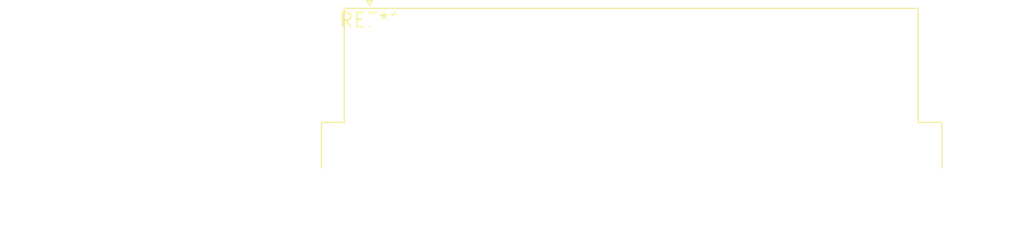
<source format=kicad_pcb>
(kicad_pcb (version 20240108) (generator pcbnew)
  (layers (0 "F.Cu" signal) (31 "B.Cu" signal) (34 "B.Paste" user) (35 "F.Paste" user) (36 "B.SilkS" user "B.Silkscreen") (37 "F.SilkS" user "F.Silkscreen") (38 "B.Mask" user) (39 "F.Mask" user) (44 "Edge.Cuts" user))
  (net 0 "")
  (footprint "DSUB-62-HD_Male_Horizontal_P2.41x1.98mm_EdgePinOffset9.40mm" (layer "F.Cu") (at 0 0)
    (property "Reference" "REF**")
    (property "Value" "DSUB-62-HD_Male_Horizontal_P2.41x1.98mm_EdgePinOffset9.40mm")
    (fp_line (start -4.315 9.2) (end -2.265 9.2) (layer "F.SilkS") (stroke (width 0.12)))
    (fp_line (start -4.315 13.3) (end -4.315 9.2) (layer "F.SilkS") (stroke (width 0.12)))
    (fp_line (start -2.265 -1.06) (end 49.26 -1.06) (layer "F.SilkS") (stroke (width 0.12)))
    (fp_line (start -2.265 9.2) (end -2.265 -1.06) (layer "F.SilkS") (stroke (width 0.12)))
    (fp_line (start -0.25 -1.754338) (end 0.25 -1.754338) (layer "F.SilkS") (stroke (width 0.12)))
    (fp_line (start 0 -1.321325) (end -0.25 -1.754338) (layer "F.SilkS") (stroke (width 0.12)))
    (fp_line (start 0.25 -1.754338) (end 0 -1.321325) (layer "F.SilkS") (stroke (width 0.12)))
    (fp_line (start 49.26 -1.06) (end 49.26 9.2) (layer "F.SilkS") (stroke (width 0.12)))
    (fp_line (start 49.26 9.2) (end 51.405 9.2) (layer "F.SilkS") (stroke (width 0.12)))
    (fp_line (start 51.405 9.2) (end 51.405 13.3) (layer "F.SilkS") (stroke (width 0.12)))
    (pad "1" thru_hole rect (at 0 0) (size 1.6 1.6) (drill 1) (layers *.Cu *.Mask) (remove_unused_layers))
    (pad "2" thru_hole circle (at 2.41 0) (size 1.6 1.6) (drill 1) (layers *.Cu *.Mask) (remove_unused_layers))
    (pad "3" thru_hole circle (at 4.82 0) (size 1.6 1.6) (drill 1) (layers *.Cu *.Mask) (remove_unused_layers))
    (pad "4" thru_hole circle (at 7.23 0) (size 1.6 1.6) (drill 1) (layers *.Cu *.Mask) (remove_unused_layers))
    (pad "5" thru_hole circle (at 9.64 0) (size 1.6 1.6) (drill 1) (layers *.Cu *.Mask) (remove_unused_layers))
    (pad "6" thru_hole circle (at 12.05 0) (size 1.6 1.6) (drill 1) (layers *.Cu *.Mask) (remove_unused_layers))
    (pad "7" thru_hole circle (at 14.46 0) (size 1.6 1.6) (drill 1) (layers *.Cu *.Mask) (remove_unused_layers))
    (pad "8" thru_hole circle (at 16.87 0) (size 1.6 1.6) (drill 1) (layers *.Cu *.Mask) (remove_unused_layers))
    (pad "9" thru_hole circle (at 19.28 0) (size 1.6 1.6) (drill 1) (layers *.Cu *.Mask) (remove_unused_layers))
    (pad "10" thru_hole circle (at 21.69 0) (size 1.6 1.6) (drill 1) (layers *.Cu *.Mask) (remove_unused_layers))
    (pad "11" thru_hole circle (at 24.1 0) (size 1.6 1.6) (drill 1) (layers *.Cu *.Mask) (remove_unused_layers))
    (pad "12" thru_hole circle (at 26.51 0) (size 1.6 1.6) (drill 1) (layers *.Cu *.Mask) (remove_unused_layers))
    (pad "13" thru_hole circle (at 28.92 0) (size 1.6 1.6) (drill 1) (layers *.Cu *.Mask) (remove_unused_layers))
    (pad "14" thru_hole circle (at 31.33 0) (size 1.6 1.6) (drill 1) (layers *.Cu *.Mask) (remove_unused_layers))
    (pad "15" thru_hole circle (at 33.74 0) (size 1.6 1.6) (drill 1) (layers *.Cu *.Mask) (remove_unused_layers))
    (pad "16" thru_hole circle (at 36.15 0) (size 1.6 1.6) (drill 1) (layers *.Cu *.Mask) (remove_unused_layers))
    (pad "17" thru_hole circle (at 38.56 0) (size 1.6 1.6) (drill 1) (layers *.Cu *.Mask) (remove_unused_layers))
    (pad "18" thru_hole circle (at 40.97 0) (size 1.6 1.6) (drill 1) (layers *.Cu *.Mask) (remove_unused_layers))
    (pad "19" thru_hole circle (at 43.38 0) (size 1.6 1.6) (drill 1) (layers *.Cu *.Mask) (remove_unused_layers))
    (pad "20" thru_hole circle (at 45.79 0) (size 1.6 1.6) (drill 1) (layers *.Cu *.Mask) (remove_unused_layers))
    (pad "21" thru_hole circle (at 48.2 0) (size 1.6 1.6) (drill 1) (layers *.Cu *.Mask) (remove_unused_layers))
    (pad "22" thru_hole circle (at -1.205 1.98) (size 1.6 1.6) (drill 1) (layers *.Cu *.Mask) (remove_unused_layers))
    (pad "23" thru_hole circle (at 1.205 1.98) (size 1.6 1.6) (drill 1) (layers *.Cu *.Mask) (remove_unused_layers))
    (pad "24" thru_hole circle (at 3.615 1.98) (size 1.6 1.6) (drill 1) (layers *.Cu *.Mask) (remove_unused_layers))
    (pad "25" thru_hole circle (at 6.025 1.98) (size 1.6 1.6) (drill 1) (layers *.Cu *.Mask) (remove_unused_layers))
    (pad "26" thru_hole circle (at 8.435 1.98) (size 1.6 1.6) (drill 1) (layers *.Cu *.Mask) (remove_unused_layers))
    (pad "27" thru_hole circle (at 10.845 1.98) (size 1.6 1.6) (drill 1) (layers *.Cu *.Mask) (remove_unused_layers))
    (pad "28" thru_hole circle (at 13.255 1.98) (size 1.6 1.6) (drill 1) (layers *.Cu *.Mask) (remove_unused_layers))
    (pad "29" thru_hole circle (at 15.665 1.98) (size 1.6 1.6) (drill 1) (layers *.Cu *.Mask) (remove_unused_layers))
    (pad "30" thru_hole circle (at 18.075 1.98) (size 1.6 1.6) (drill 1) (layers *.Cu *.Mask) (remove_unused_layers))
    (pad "31" thru_hole circle (at 20.485 1.98) (size 1.6 1.6) (drill 1) (layers *.Cu *.Mask) (remove_unused_layers))
    (pad "32" thru_hole circle (at 22.895 1.98) (size 1.6 1.6) (drill 1) (layers *.Cu *.Mask) (remove_unused_layers))
    (pad "33" thru_hole circle (at 25.305 1.98) (size 1.6 1.6) (drill 1) (layers *.Cu *.Mask) (remove_unused_layers))
    (pad "34" thru_hole circle (at 27.715 1.98) (size 1.6 1.6) (drill 1) (layers *.Cu *.Mask) (remove_unused_layers))
    (pad "35" thru_hole circle (at 30.125 1.98) (size 1.6 1.6) (drill 1) (layers *.Cu *.Mask) (remove_unused_layers))
    (pad "36" thru_hole circle (at 32.535 1.98) (size 1.6 1.6) (drill 1) (layers *.Cu *.Mask) (remove_unused_layers))
    (pad "37" thru_hole circle (at 34.945 1.98) (size 1.6 1.6) (drill 1) (layers *.Cu *.Mask) (remove_unused_layers))
    (pad "38" thru_hole circle (at 37.355 1.98) (size 1.6 1.6) (drill 1) (layers *.Cu *.Mask) (remove_unused_layers))
    (pad "39" thru_hole circle (at 39.765 1.98) (size 1.6 1.6) (drill 1) (layers *.Cu *.Mask) (remove_unused_layers))
    (pad "40" thru_hole circle (at 42.175 1.98) (size 1.6 1.6) (drill 1) (layers *.Cu *.Mask) (remove_unused_layers))
    (pad "41" thru_hole circle (at 44.585 1.98) (size 1.6 1.6) (drill 1) (layers *.Cu *.Mask) (remove_unused_layers))
    (pad "42" thru_hole circle (at 46.995 1.98) (size 1.6 1.6) (drill 1) (layers *.Cu *.Mask) (remove_unused_layers))
    (pad "43" thru_hole circle (at 0 3.96) (size 1.6 1.6) (drill 1) (layers *.Cu *.Mask) (remove_unused_layers))
    (pad "44" thru_hole circle (at 2.41 3.96) (size 1.6 1.6) (drill 1) (layers *.Cu *.Mask) (remove_unused_layers))
    (pad "45" thru_hole circle (at 4.82 3.96) (size 1.6 1.6) (drill 1) (layers *.Cu *.Mask) (remove_unused_layers))
    (pad "46" thru_hole circle (at 7.23 3.96) (size 1.6 1.6) (drill 1) (layers *.Cu *.Mask) (remove_unused_layers))
    (pad "47" thru_hole circle (at 9.64 3.96) (size 1.6 1.6) (drill 1) (layers *.Cu *.Mask) (remove_unused_layers))
    (pad "48" thru_hole circle (at 12.05 3.96) (size 1.6 1.6) (drill 1) (layers *.Cu *.Mask) (remove_unused_layers))
    (pad "49" thru_hole circle (at 14.46 3.96) (size 1.6 1.6) (drill 1) (layers *.Cu *.Mask) (remove_unused_layers))
    (pad "50" thru_hole circle (at 16.87 3.96) (size 1.6 1.6) (drill 1) (layers *.Cu *.Mask) (remove_unused_layers))
    (pad "51" thru_hole circle (at 19.28 3.96) (size 1.6 1.6) (drill 1) (layers *.Cu *.Mask) (remove_unused_layers))
    (pad "52" thru_hole circle (at 21.69 3.96) (size 1.6 1.6) (drill 1) (layers *.Cu *.Mask) (remove_unused_layers))
    (pad "53" thru_hole circle (at 24.1 3.96) (size 1.6 1.6) (drill 1) (layers *.Cu *.Mask) (remove_unused_layers))
    (pad "54" thru_hole circle (at 26.51 3.96) (size 1.6 1.6) (drill 1) (layers *.Cu *.Mask) (remove_unused_layers))
    (pad "55" thru_hole circle (at 28.92 3.96) (size 1.6 1.6) (drill 1) (layers *.Cu *.Mask) (remove_unused_layers))
    (pad "56" thru_hole circle (at 31.33 3.96) (size 1.6 1.6) (drill 1) (layers *.Cu *.Mask) (remove_unused_layers))
    (pad "57" thru_hole circle (at 33.74 3.96) (size 1.6 1.6) (drill 1) (layers *.Cu *.Mask) (remove_unused_layers))
    (pad "58" thru_hole circle (at 36.15 3.96) (size 1.6 1.6) (drill 1) (layers *.Cu *.Mask) (remove_unused_layers))
    (pad "59" thru_hole circle (at 38.56 3.96) (size 1.6 1.6) (drill 1) (layers *.Cu *.Mask) (remove_unused_layers))
    (pad "60" thru_hole circle (at 40.97 3.96) (size 1.6 1.6) (drill 1) (layers *.Cu *.Mask) (remove_unused_layers))
    (pad "61" thru_hole circle (at 43.38 3.96) (size 1.6 1.6) (drill 1) (layers *.Cu *.Mask) (remove_unused_layers))
    (pad "62" thru_hole circle (at 45.79 3.96) (size 1.6 1.6) (drill 1) (layers *.Cu *.Mask) (remove_unused_layers))
  )
)
</source>
